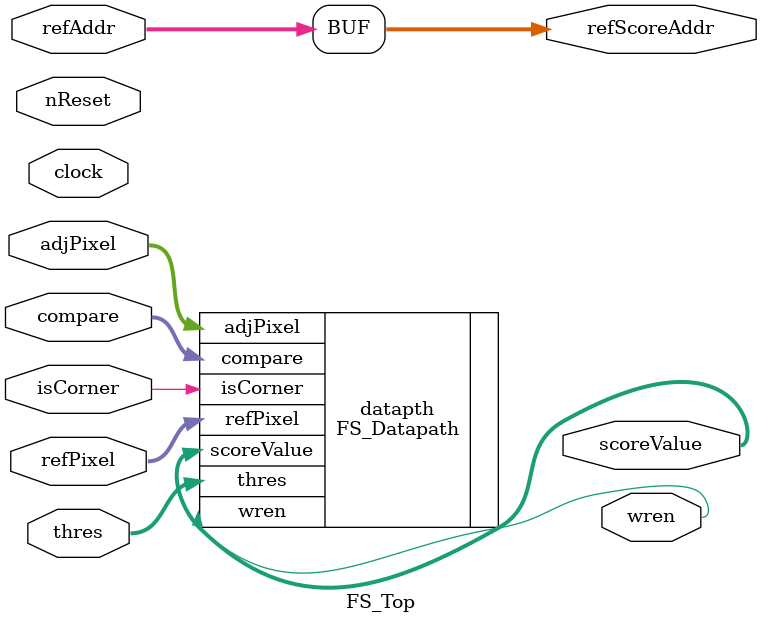
<source format=v>
module FS_Top (clock, nReset, isCorner, compare, refAddr, refPixel, adjPixel, thres, refScoreAddr, scoreValue, wren);
	input clock;
	input nReset;
	input isCorner; // Corner 확인
	input [31:0] compare; // DARK, BRIGHT, SIMILAR 값
	input [14:0] refAddr; // 기준점 주소
	input [7:0] refPixel; // 기준점 데이터
	input [127:0] adjPixel; // 인접한 16개의 점 데이터
	input [7:0] thres; // 임계값
	output [14:0] refScoreAddr;
	output [7:0] scoreValue; // 점수 데이터
	output wren; // Score Memory에 쓰기 신호
	
	wire [7:0] q;
	
	// 코너의 스코어를 계산하는 모듈
	FS_Datapath datapth(
		.isCorner(isCorner),
		.compare(compare),
		.refPixel(refPixel),
		.adjPixel(adjPixel),
		.thres(thres),
		.wren(wren),
		.scoreValue(scoreValue)
	);
	/*
	// 코너의 스코어를 저장하는 SRAM
	FS_ScoreMem scoreMem(
		.clock(clock),
		.address(refAddr),
		.data(scoreValue),
		.wren(wren),
		.q(q)
	);*/
	
	assign refScoreAddr = refAddr;
endmodule 
</source>
